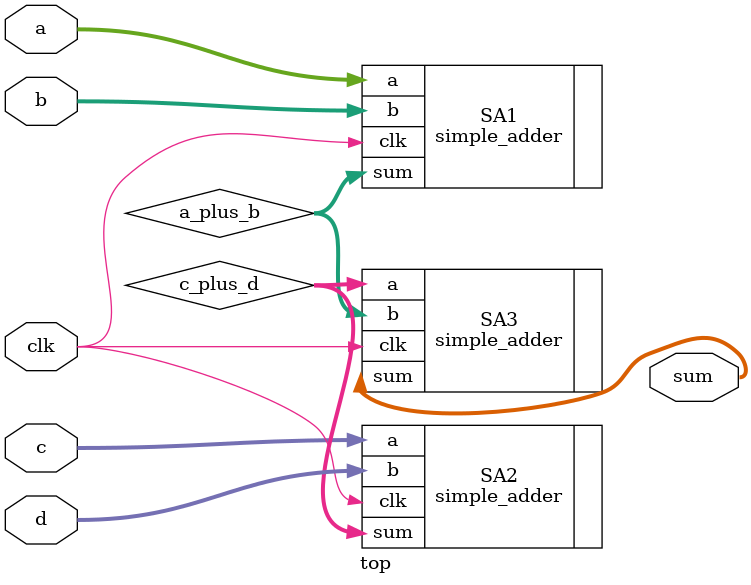
<source format=v>
`timescale 1ns/1ps


module top (
	    input       clk,
	    input [3:0] a,
	    input [3:0] b,
	    input [3:0] c,
	    input [3:0] d,

	    output[5:0] sum
	    );

   wire [4:0] 		a_plus_b;
   wire [4:0] 		c_plus_d;

   simple_adder #(.W(4)) SA1
     (
      .clk(clk),
      .a(a),
      .b(b),
      .sum(a_plus_b)
      );

   simple_adder #(.W(4)) SA2
     (
      .clk(clk),
      .a(c),
      .b(d),
      .sum(c_plus_d)
      );

   //===============================//
   // FINISH THIS INSTANCE          //
   //===============================//
   simple_adder #(.W( 5)) SA3
     (
      .clk(clk),
      .a(c_plus_d),
      .b(a_plus_b ),
      .sum(sum)
      );
   //===============================//

endmodule // top

   

</source>
